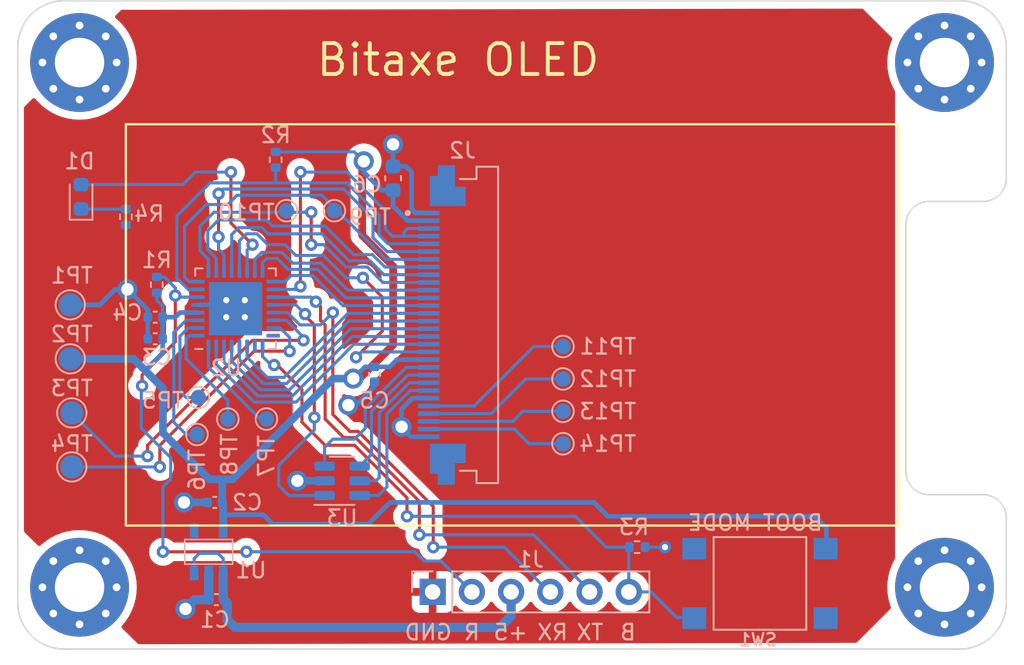
<source format=kicad_pcb>
(kicad_pcb (version 20221018) (generator pcbnew)
  (layers (0 "F.Cu" signal) (31 "B.Cu" signal) (34 "B.Paste" user) (35 "F.Paste" user) (36 "B.SilkS" user "B.Silkscreen") (37 "F.SilkS" user "F.Silkscreen") (38 "B.Mask" user) (39 "F.Mask" user) (44 "Edge.Cuts" user))
  (net 0 "")
  (net 1 "+3V3")
  (net 2 "/GND")
  (net 3 "+5V")
  (net 4 "Net-(D1-K)")
  (net 5 "/BAP_TX")
  (net 6 "/BAP_RX")
  (net 7 "/BAP_RESET")
  (net 8 "/BAP_BOOT0")
  (net 9 "/I2C_SCL")
  (net 10 "/I2C_SDA")
  (net 11 "/INT_MODE")
  (net 12 "/OLED_RES")
  (net 13 "/OLED_RD")
  (net 14 "/OLED_D0")
  (net 15 "/OLED_D1")
  (net 16 "/OLED_D2")
  (net 17 "/OLED_D3")
  (net 18 "/OLED_D4")
  (net 19 "/OLED_D5")
  (net 20 "/OLED_D6")
  (net 21 "/OLED_D7")
  (net 22 "/LEDK4")
  (net 23 "/LEDK3")
  (net 24 "Net-(J2-Pad29)")
  (net 25 "Net-(J2-Pad28)")
  (net 26 "Net-(J2-Pad27)")
  (net 27 "Net-(J2-Pad26)")
  (net 29 "Net-(U2-PB9)")
  (net 30 "Net-(U2-PC14)")
  (net 31 "Net-(U2-PC15)")
  (net 32 "/LEDK2")
  (net 33 "Net-(U2-PB8)")
  (net 34 "/LEDK1")
  (net 35 "/LED_BLK")
  (net 38 "/OLED_DC_CLK")
  (net 39 "/OLED_WR_DC")
  (net 40 "/SPI_MOSI")
  (net 41 "/SPI_MISO")
  (net 42 "/OLED_CS_NSS")
  (net 43 "Net-(D1-A)")
  (footprint "MountingHole:MountingHole_3.2mm_M3_Pad_Via" (layer "F.Cu") (at 127 66)
    (fp_text reference "H1" hide)
    (fp_text value "MountingHole")
  )
  (footprint "MountingHole:MountingHole_3.2mm_M3_Pad_Via" (layer "F.Cu") (at 183 100)
    (fp_text reference "H4" hide)
    (fp_text value "MountingHole")
  )
  (footprint "MountingHole:MountingHole_3.2mm_M3_Pad_Via" (layer "F.Cu") (at 183 66)
    (fp_text reference "H2" hide)
    (fp_text value "MountingHole")
  )
  (footprint "MountingHole:MountingHole_3.2mm_M3_Pad_Via" (layer "F.Cu") (at 127 100)
    (fp_text reference "H3" hide)
    (fp_text value "MountingHole")
  )
  (footprint "bitaxe:RT9080-33GJ5" (layer "B.Cu") (at 135.3602 97.7 90)
    (fp_text reference "U1")
    (fp_text value "RT9080-33GJ5")
  )
  (footprint "Capacitor_SMD:C_0402_1005Metric" (layer "B.Cu") (at 131.9 83.9 180)
    (fp_text reference "C3")
    (fp_text value "1uF")
  )
  (footprint "Capacitor_SMD:C_0402_1005Metric" (layer "B.Cu") (at 146.1 86.2 -90)
    (fp_text reference "C5")
    (fp_text value "1uF")
  )
  (footprint "TestPoint:TestPoint_Pad_D1.5mm" (layer "B.Cu") (at 126.4 81.7 180)
    (fp_text reference "TP1")
    (fp_text value "TestPoint")
  )
  (footprint "LED_SMD:LED_0603_1608Metric" (layer "B.Cu") (at 127.1 74.7 90)
    (fp_text reference "D1")
    (fp_text value "LED")
  )
  (footprint "Resistor_SMD:R_0402_1005Metric" (layer "B.Cu") (at 139.7 72.3 90)
    (fp_text reference "R2")
    (fp_text value "10K")
  )
  (footprint "TestPoint:TestPoint_Pad_D1.0mm" (layer "B.Cu") (at 140.4 75.6 180)
    (fp_text reference "TP10")
    (fp_text value "TestPoint")
  )
  (footprint "Package_TO_SOT_SMD:SOT-23-6" (layer "B.Cu") (at 144 93.1)
    (fp_text reference "U3")
    (fp_text value "AP2502KTR-G1")
  )
  (footprint "Capacitor_SMD:C_0402_1005Metric" (layer "B.Cu") (at 135.8602 100.8 180)
    (fp_text reference "C1")
    (fp_text value "1uF")
  )
  (footprint "Connector_PinHeader_2.54mm:PinHeader_1x06_P2.54mm_Vertical" (layer "B.Cu") (at 149.86 100.3 -90)
    (fp_text reference "J1")
    (fp_text value "BAP Port")
  )
  (footprint "Resistor_SMD:R_0402_1005Metric" (layer "B.Cu") (at 132 80.4 90)
    (fp_text reference "R1")
    (fp_text value "10K")
  )
  (footprint "Resistor_SMD:R_0402_1005Metric" (layer "B.Cu") (at 163.1 97.4 180)
    (fp_text reference "R3")
    (fp_text value "820R")
  )
  (footprint "TestPoint:TestPoint_Pad_D1.0mm" (layer "B.Cu") (at 134.7 87.7 180)
    (fp_text reference "TP5")
    (fp_text value "TestPoint")
  )
  (footprint "TestPoint:TestPoint_Pad_D1.5mm" (layer "B.Cu") (at 126.4 85.2 180)
    (fp_text reference "TP2")
    (fp_text value "TestPoint")
  )
  (footprint "Capacitor_SMD:C_0402_1005Metric" (layer "B.Cu") (at 135.7602 94.5 180)
    (fp_text reference "C2")
    (fp_text value "1uF")
  )
  (footprint "Resistor_SMD:R_0402_1005Metric" (layer "B.Cu") (at 130 76 90)
    (fp_text reference "R4")
    (fp_text value "820R")
  )
  (footprint "Capacitor_SMD:C_0603_1608Metric" (layer "B.Cu") (at 147.3 73.5 -90)
    (fp_text reference "C6")
    (fp_text value "10uF")
  )
  (footprint "TestPoint:TestPoint_Pad_D1.0mm" (layer "B.Cu") (at 158.3 90.7 180)
    (fp_text reference "TP14")
    (fp_text value "TestPoint")
  )
  (footprint "bitaxe:AMPHENOL_SFV30R-4STE1HLF" (layer "B.Cu") (at 152 83 -90)
    (fp_text reference "J2")
    (fp_text value "SFV30R-4STE1HLF")
  )
  (footprint "TestPoint:TestPoint_Pad_D1.0mm" (layer "B.Cu") (at 136.6 89.1 180)
    (fp_text reference "TP8")
    (fp_text value "TestPoint")
  )
  (footprint "Capacitor_SMD:C_0402_1005Metric" (layer "B.Cu") (at 131.9 82.5 180)
    (fp_text reference "C4")
    (fp_text value "0.1uF")
  )
  (footprint "TestPoint:TestPoint_Pad_D1.0mm" (layer "B.Cu") (at 158.3 88.6 180)
    (fp_text reference "TP13")
    (fp_text value "TestPoint")
  )
  (footprint "TestPoint:TestPoint_Pad_D1.5mm" (layer "B.Cu") (at 126.5 88.7 180)
    (fp_text reference "TP3")
    (fp_text value "TestPoint")
  )
  (footprint "TestPoint:TestPoint_Pad_D1.0mm" (layer "B.Cu") (at 139.1 89.1 180)
    (fp_text reference "TP7")
    (fp_text value "TestPoint")
  )
  (footprint "TestPoint:TestPoint_Pad_D1.0mm" (layer "B.Cu") (at 158.3 86.5 180)
    (fp_text reference "TP12")
    (fp_text value "TestPoint")
  )
  (footprint "bitaxe:switch-TL3301" (layer "B.Cu") (at 171.05 99.75 180)
    (fp_text reference "SW1")
    (fp_text value "SWITCH-SPST" hide)
  )
  (footprint "TestPoint:TestPoint_Pad_D1.5mm" (layer "B.Cu") (at 126.5 92.2 180)
    (fp_text reference "TP4")
    (fp_text value "TestPoint")
  )
  (footprint "TestPoint:TestPoint_Pad_D1.0mm" (layer "B.Cu") (at 134.6 90.1 180)
    (fp_text reference "TP6")
    (fp_text value "TestPoint")
  )
  (footprint "TestPoint:TestPoint_Pad_D1.0mm" (layer "B.Cu") (at 143.5 75.6 180)
    (fp_text reference "TP9")
    (fp_text value "TestPoint")
  )
  (footprint "TestPoint:TestPoint_Pad_D1.0mm" (layer "B.Cu") (at 158.3 84.4 180)
    (fp_text reference "TP11")
    (fp_text value "TestPoint")
  )
  (footprint "Package_DFN_QFN:QFN-32-1EP_5x5mm_P0.5mm_EP3.45x3.45mm" (layer "B.Cu") (at 137.1 81.95)
    (fp_text reference "U2")
    (fp_text value "STM32G0B1KEU6")
  )
  (gr_line (start 180 70) (end 180 96) (stroke (width 0.15)) (layer "F.SilkS"))
  (gr_line (start 180 96) (end 130 96) (stroke (width 0.15)) (layer "F.SilkS"))
  (gr_line (start 130 96) (end 130 70) (stroke (width 0.15)) (layer "F.SilkS"))
  (gr_line (start 130 70) (end 180 70) (stroke (width 0.15)) (layer "F.SilkS"))
  (gr_arc (start 126 104) (mid 123.878679 103.121321) (end 123 101) (stroke (width 0.1)) (layer "Edge.Cuts"))
  (gr_line (start 184 62) (end 126 62) (stroke (width 0.1)) (layer "Edge.Cuts"))
  (gr_arc (start 187 101) (mid 186.121321 103.121321) (end 184 104) (stroke (width 0.1)) (layer "Edge.Cuts"))
  (gr_line (start 126 104) (end 184 104) (stroke (width 0.1)) (layer "Edge.Cuts"))
  (gr_arc (start 180.5 76.5) (mid 180.939339 75.439339) (end 182 75) (stroke (width 0.1)) (layer "Edge.Cuts"))
  (gr_arc (start 184 62) (mid 186.121321 62.878679) (end 187 65) (stroke (width 0.1)) (layer "Edge.Cuts"))
  (gr_line (start 187 73.5) (end 187 65) (stroke (width 0.1)) (layer "Edge.Cuts"))
  (gr_line (start 182 75) (end 185.5 75) (stroke (width 0.1)) (layer "Edge.Cuts"))
  (gr_line (start 187 95.5) (end 187 101) (stroke (width 0.1)) (layer "Edge.Cuts"))
  (gr_line (start 123 65) (end 123 101) (stroke (width 0.1)) (layer "Edge.Cuts"))
  (gr_line (start 180.5 76.5) (end 180.5 92.5) (stroke (width 0.1)) (layer "Edge.Cuts"))
  (gr_arc (start 123 65) (mid 123.878679 62.878679) (end 126 62) (stroke (width 0.1)) (layer "Edge.Cuts"))
  (gr_arc (start 182 94) (mid 180.939339 93.560661) (end 180.5 92.5) (stroke (width 0.1)) (layer "Edge.Cuts"))
  (gr_line (start 182 94) (end 185.5 94) (stroke (width 0.1)) (layer "Edge.Cuts"))
  (gr_arc (start 187 73.5) (mid 186.560661 74.560661) (end 185.5 75) (stroke (width 0.1)) (layer "Edge.Cuts"))
  (gr_arc (start 185.5 94) (mid 186.560661 94.439339) (end 187 95.5) (stroke (width 0.1)) (layer "Edge.Cuts"))
  (gr_text "+5" (at 156.1 103.5) (layer "B.SilkS") (effects (font (size 1 1)) (justify left bottom mirror)))
  (gr_text "R" (at 153 103.5) (layer "B.SilkS") (effects (font (size 1 1)) (justify left bottom mirror)))
  (gr_text "GND" (at 151.2 103.5) (layer "B.SilkS") (effects (font (size 1 1)) (justify left bottom mirror)))
  (gr_text "RX" (at 158.7 103.5) (layer "B.SilkS") (effects (font (size 1 1)) (justify left bottom mirror)))
  (gr_text "BOOT MODE" (at 175.2 96.4) (layer "B.SilkS") (effects (font (size 1 1)) (justify left bottom mirror)))
  (gr_text "TX" (at 161 103.5) (layer "B.SilkS") (effects (font (size 1 1)) (justify left bottom mirror)))
  (gr_text "B" (at 163.1 103.5) (layer "B.SilkS") (effects (font (size 1 1)) (justify left bottom mirror)))
  (gr_text "Bitaxe OLED" (at 142.2 67) (layer "F.SilkS") (effects (font (size 2 2) (thickness 0.25)) (justify left bottom)))
  (segment (start 145.4 72.4) (end 145.3 72.5) (width 0.5) (layer "F.Cu") (net 1))
  (segment (start 145.3 77.2) (end 147.3 79.2) (width 0.5) (layer "F.Cu") (net 1))
  (segment (start 145.3 72.5) (end 145.3 77.2) (width 0.5) (layer "F.Cu") (net 1))
  (segment (start 147.3 84.3) (end 145.121398 86.478602) (width 0.5) (layer "F.Cu") (net 1))
  (segment (start 145.121398 86.478602) (end 144.721398 86.478602) (width 0.5) (layer "F.Cu") (net 1))
  (segment (start 147.3 79.2) (end 147.3 84.3) (width 0.5) (layer "F.Cu") (net 1))
  (via (at 145.4 72.4) (size 1.3) (drill 0.8) (layers "F.Cu" "B.Cu") (net 1))
  (via (at 144.721398 86.478602) (size 1.3) (drill 0.8) (layers "F.Cu" "B.Cu") (net 1))
  (segment (start 144.721398 86.478602) (end 145.48 85.72) (width 0.3) (layer "B.Cu") (net 1))
  (segment (start 147.55 85.25) (end 147.08 85.72) (width 0.3) (layer "B.Cu") (net 1))
  (segment (start 136.3 96.32205) (end 136.3 95.3) (width 0.5) (layer "B.Cu") (net 1))
  (segment (start 135.4 93) (end 132.4 90) (width 0.5) (layer "B.Cu") (net 1))
  (segment (start 136.3 95.3) (end 136.3 94.5598) (width 0.5) (layer "B.Cu") (net 1))
  (segment (start 132.38 81.78) (end 132.38 82.5) (width 0.2) (layer "B.Cu") (net 1))
  (segment (start 132.4 90) (end 132.4 87.1) (width 0.5) (layer "B.Cu") (net 1))
  (segment (start 136.2402 93.3402) (end 136.2402 94.5) (width 0.5) (layer "B.Cu") (net 1))
  (segment (start 132.38 83.9) (end 132.38 84.82) (width 0.3) (layer "B.Cu") (net 1))
  (segment (start 134.6625 82.2) (end 133.5 82.2) (width 0.3) (layer "B.Cu") (net 1))
  (segment (start 138.9 95.3) (end 136.3 95.3) (width 0.3) (layer "B.Cu") (net 1))
  (segment (start 148.25 76.25) (end 147.3 75.3) (width 0.3) (layer "B.Cu") (net 1))
  (segment (start 175.35 96.15) (end 174.6 95.4) (width 0.3) (layer "B.Cu") (net 1))
  (segment (start 147.1 94.5) (end 145.7 95.9) (width 0.3) (layer "B.Cu") (net 1))
  (segment (start 174.6 95.4) (end 161.2 95.4) (width 0.3) (layer "B.Cu") (net 1))
  (segment (start 126.4 85.2) (end 130.5 85.2) (width 0.5) (layer "B.Cu") (net 1))
  (segment (start 161.2 95.4) (end 160.3 94.5) (width 0.3) (layer "B.Cu") (net 1))
  (segment (start 136.3 94.5598) (end 136.2402 94.5) (width 0.5) (layer "B.Cu") (net 1))
  (segment (start 149.6 76.25) (end 148.25 76.25) (width 0.3) (layer "B.Cu") (net 1))
  (segment (start 145.7 95.9) (end 139.5 95.9) (width 0.3) (layer "B.Cu") (net 1))
  (segment (start 132.4 87.1) (end 131.25 85.95) (width 0.5) (layer "B.Cu") (net 1))
  (segment (start 149.6 85.25) (end 147.55 85.25) (width 0.3) (layer "B.Cu") (net 1))
  (segment (start 132 81.4) (end 132.38 81.78) (width 0.2) (layer "B.Cu") (net 1))
  (segment (start 145.48 85.72) (end 146.1 85.72) (width 0.3) (layer "B.Cu") (net 1))
  (segment (start 145.4 72.4) (end 144.79 71.79) (width 0.2) (layer "B.Cu") (net 1))
  (segment (start 146.575 74.275) (end 147.3 74.275) (width 0.3) (layer "B.Cu") (net 1))
  (segment (start 130.5 85.2) (end 131.25 85.95) (width 0.5) (layer "B.Cu") (net 1))
  (segment (start 144.79 71.79) (end 139.7 71.79) (width 0.2) (layer "B.Cu") (net 1))
  (segment (start 145.4 73.1) (end 146.575 74.275) (width 0.3) (layer "B.Cu") (net 1))
  (segment (start 132.38 84.82) (end 131.25 85.95) (width 0.3) (layer "B.Cu") (net 1))
  (segment (start 145.4 72.4) (end 145.4 73.1) (width 0.3) (layer "B.Cu") (net 1))
  (segment (start 144.721398 86.478602) (end 143.421398 86.478602) (width 0.5) (layer "B.Cu") (net 1))
  (segment (start 175.35 97.45) (end 175.35 96.15) (width 0.3) (layer "B.Cu") (net 1))
  (segment (start 136.9 93) (end 135.4 93) (width 0.5) (layer "B.Cu") (net 1))
  (segment (start 147.08 85.72) (end 146.1 85.72) (width 0.3) (layer "B.Cu") (net 1))
  (segment (start 132.38 82.5) (end 132.38 83.9) (width 0.3) (layer "B.Cu") (net 1))
  (segment (start 139.5 95.9) (end 138.9 95.3) (width 0.3) (layer "B.Cu") (net 1))
  (segment (start 132 80.91) (end 132 81.4) (width 0.2) (layer "B.Cu") (net 1))
  (segment (start 143.421398 86.478602) (end 136.9 93) (width 0.5) (layer "B.Cu") (net 1))
  (segment (start 147.3 75.3) (end 147.3 74.275) (width 0.3) (layer "B.Cu") (net 1))
  (segment (start 133.2 82.5) (end 132.38 82.5) (width 0.3) (layer "B.Cu") (net 1))
  (segment (start 160.3 94.5) (end 147.1 94.5) (width 0.3) (layer "B.Cu") (net 1))
  (segment (start 133.5 82.2) (end 133.2 82.5) (width 0.3) (layer "B.Cu") (net 1))
  (via (at 133.8602 101.4) (size 1.3) (drill 0.8) (layers "F.Cu" "B.Cu") (net 2))
  (via (at 147.8495 89.6) (size 1.3) (drill 0.8) (layers "F.Cu" "B.Cu") (net 2))
  (via (at 141.1 93.1) (size 1.3) (drill 0.8) (layers "F.Cu" "B.Cu") (net 2))
  (via (at 130.1 80.7) (size 1.3) (drill 0.8) (layers "F.Cu" "B.Cu") (net 2))
  (via (at 144.4 88.194024) (size 1.3) (drill 0.8) (layers "F.Cu" "B.Cu") (net 2))
  (via (at 137.7 81.4) (size 0.8) (drill 0.4) (layers "F.Cu" "B.Cu") (net 2))
  (via (at 164.9 97.4) (size 0.8) (drill 0.4) (layers "F.Cu" "B.Cu") (net 2))
  (via (at 136.5 82.5) (size 0.8) (drill 0.4) (layers "F.Cu" "B.Cu") (net 2))
  (via (at 133.7602 94.5) (size 1.3) (drill 0.8) (layers "F.Cu" "B.Cu") (net 2))
  (via (at 137.7 82.5) (size 0.8) (drill 0.4) (layers "F.Cu" "B.Cu") (net 2))
  (via (at 147.3 71.3) (size 1.3) (drill 0.8) (layers "F.Cu" "B.Cu") (net 2))
  (via (at 136.5 81.4) (size 0.8) (drill 0.4) (layers "F.Cu" "B.Cu") (net 2))
  (segment (start 147.8495 89.6) (end 147.8495 88.4505) (width 0.3) (layer "B.Cu") (net 2))
  (segment (start 146.1 86.68) (end 146.1 87) (width 0.3) (layer "B.Cu") (net 2))
  (segment (start 142.8625 93.1) (end 141.1 93.1) (width 0.5) (layer "B.Cu") (net 2))
  (segment (start 130 76.51) (end 130 80.6) (width 0.2) (layer "B.Cu") (net 2))
  (segment (start 135.3602 99.07795) (end 135.3602 100.78) (width 0.6) (layer "B.Cu") (net 2))
  (segment (start 148.5 73.1) (end 148.125 72.725) (width 0.3) (layer "B.Cu") (net 2))
  (segment (start 131.42 83.9) (end 131.42 82.5) (width 0.3) (layer "B.Cu") (net 2))
  (segment (start 135.2802 94.5) (end 133.7602 94.5) (width 0.5) (layer "B.Cu") (net 2))
  (segment (start 148.5 75.5) (end 148.5 73.1) (width 0.3) (layer "B.Cu") (net 2))
  (segment (start 134.4602 100.8) (end 133.8602 101.4) (width 0.6) (layer "B.Cu") (net 2))
  (segment (start 135.3802 100.8) (end 134.4602 100.8) (width 0.6) (layer "B.Cu") (net 2))
  (segment (start 147.8495 88.4505) (end 148.55 87.75) (width 0.3) (layer "B.Cu") (net 2))
  (segment (start 149.6 75.75) (end 148.75 75.75) (width 0.3) (layer "B.Cu") (net 2))
  (segment (start 130.1 80.7) (end 129.3 80.7) (width 0.3) (layer "B.Cu") (net 2))
  (segment (start 147.8495 89.6495) (end 148.45 90.25) (width 0.3) (layer "B.Cu") (net 2))
  (segment (start 163.61 97.4) (end 164.9 97.4) (width 0.2) (layer "B.Cu") (net 2))
  (segment (start 130 80.6) (end 130.1 80.7) (width 0.2) (layer "B.Cu") (net 2))
  (segment (start 128.3 81.7) (end 126.4 81.7) (width 0.3) (layer "B.Cu") (net 2))
  (segment (start 134.6625 81.7) (end 136.85 81.7) (width 0.3) (layer "B.Cu") (net 2))
  (segment (start 130.1 80.7) (end 131.42 82.02) (width 0.3) (layer "B.Cu") (net 2))
  (segment (start 144.905976 88.194024) (end 144.4 88.194024) (width 0.3) (layer "B.Cu") (net 2))
  (segment (start 147.8495 89.6) (end 147.8495 89.6495) (width 0.3) (layer "B.Cu") (net 2))
  (segment (start 148.55 87.75) (end 149.6 87.75) (width 0.3) (layer "B.Cu") (net 2))
  (segment (start 135.3602 100.78) (end 135.3802 100.8) (width 0.6) (layer "B.Cu") (net 2))
  (segment (start 129.3 80.7) (end 128.3 81.7) (width 0.3) (layer "B.Cu") (net 2))
  (segment (start 148.125 72.725) (end 147.3 72.725) (width 0.3) (layer "B.Cu") (net 2))
  (segment (start 147.3 72.725) (end 147.3 71.3) (width 0.3) (layer "B.Cu") (net 2))
  (segment (start 136.85 81.7) (end 137.1 81.95) (width 0.3) (layer "B.Cu") (net 2))
  (segment (start 148.75 75.75) (end 148.5 75.5) (width 0.3) (layer "B.Cu") (net 2))
  (segment (start 146.1 87) (end 144.905976 88.194024) (width 0.3) (layer "B.Cu") (net 2))
  (segment (start 131.42 82.02) (end 131.42 82.5) (width 0.3) (layer "B.Cu") (net 2))
  (segment (start 148.45 90.25) (end 149.6 90.25) (width 0.3) (layer "B.Cu") (net 2))
  (segment (start 134.7602 97.8) (end 135.9602 97.8) (width 0.2) (layer "B.Cu") (net 3))
  (segment (start 135.9602 97.8) (end 136.3 98.1398) (width 0.2) (layer "B.Cu") (net 3))
  (segment (start 154.2 102.6) (end 154.94 101.86) (width 0.6) (layer "B.Cu") (net 3))
  (segment (start 136.3 99.07795) (end 136.3 100.7598) (width 0.6) (layer "B.Cu") (net 3))
  (segment (start 136.3 100.7598) (end 136.3402 100.8) (width 0.6) (layer "B.Cu") (net 3))
  (segment (start 134.4204 98.1398) (end 134.7602 97.8) (width 0.2) (layer "B.Cu") (net 3))
  (segment (start 154.94 101.86) (end 154.94 100.3) (width 0.6) (layer "B.Cu") (net 3))
  (segment (start 136.5602 101.02) (end 136.5602 102.1) (width 0.6) (layer "B.Cu") (net 3))
  (segment (start 134.4204 99.07795) (end 134.4204 98.1398) (width 0.2) (layer "B.Cu") (net 3))
  (segment (start 136.3 98.1398) (end 136.3 99.07795) (width 0.2) (layer "B.Cu") (net 3))
  (segment (start 136.5602 102.1) (end 137.0602 102.6) (width 0.6) (layer "B.Cu") (net 3))
  (segment (start 136.3402 100.8) (end 136.5602 101.02) (width 0.6) (layer "B.Cu") (net 3))
  (segment (start 137.0602 102.6) (end 154.2 102.6) (width 0.6) (layer "B.Cu") (net 3))
  (segment (start 129.99 75.5) (end 127.1125 75.5) (width 0.2) (layer "B.Cu") (net 4))
  (segment (start 127.1125 75.5) (end 127.1 75.4875) (width 0.2) (layer "B.Cu") (net 4))
  (segment (start 130 75.49) (end 129.99 75.5) (width 0.2) (layer "B.Cu") (net 4))
  (segment (start 144.865686 90.3) (end 149 94.434314) (width 0.2) (layer "F.Cu") (net 5))
  (segment (start 144.1 90.3) (end 144.865686 90.3) (width 0.2) (layer "F.Cu") (net 5))
  (segment (start 142.9 89.1) (end 144.1 90.3) (width 0.2) (layer "F.Cu") (net 5))
  (segment (start 142.9 83) (end 142.9 89.1) (width 0.2) (layer "F.Cu") (net 5))
  (segment (start 149 94.434314) (end 149 96.6) (width 0.2) (layer "F.Cu") (net 5))
  (segment (start 142.6 81.8) (end 142.6 82.7) (width 0.2) (layer "F.Cu") (net 5))
  (segment (start 142.3 81.5) (end 142.6 81.8) (width 0.2) (layer "F.Cu") (net 5))
  (segment (start 142.6 82.7) (end 142.9 83) (width 0.2) (layer "F.Cu") (net 5))
  (via (at 149 96.6) (size 0.8) (drill 0.4) (layers "F.Cu" "B.Cu") (net 5))
  (via (at 142.3 81.5) (size 0.8) (drill 0.4) (layers "F.Cu" "B.Cu") (net 5))
  (segment (start 142 81.2) (end 139.5375 81.2) (width 0.2) (layer "B.Cu") (net 5))
  (segment (start 156.4 96.6) (end 160.02 100.22) (width 0.2) (layer "B.Cu") (net 5))
  (segment (start 149 96.6) (end 156.4 96.6) (width 0.2) (layer "B.Cu") (net 5))
  (segment (start 142.3 81.5) (end 142 81.2) (width 0.2) (layer "B.Cu") (net 5))
  (segment (start 160.02 100.22) (end 160.02 100.3) (width 0.2) (layer "B.Cu") (net 5))
  (segment (start 143.4 88.8) (end 144.5 89.9) (width 0.2) (layer "F.Cu") (net 6))
  (segment (start 145.031372 89.9) (end 149.9 94.768628) (width 0.2) (layer "F.Cu") (net 6))
  (segment (start 144.5 89.9) (end 145.031372 89.9) (width 0.2) (layer "F.Cu") (net 6))
  (segment (start 149.9 94.768628) (end 149.9 97.4) (width 0.2) (layer "F.Cu") (net 6))
  (segment (start 143.4 82.2) (end 143.4 88.8) (width 0.2) (layer "F.Cu") (net 6))
  (via (at 143.4 82.2) (size 0.8) (drill 0.4) (layers "F.Cu" "B.Cu") (net 6))
  (via (at 149.9 97.4) (size 0.8) (drill 0.4) (layers "F.Cu" "B.Cu") (net 6))
  (segment (start 157.4 100.3) (end 157.48 100.3) (width 0.2) (layer "B.Cu") (net 6))
  (segment (start 141.265686 83) (end 140.465686 82.2) (width 0.2) (layer "B.Cu") (net 6))
  (segment (start 154.5 97.4) (end 157.4 100.3) (width 0.2) (layer "B.Cu") (net 6))
  (segment (start 143.4 82.2) (end 142.6 83) (width 0.2) (layer "B.Cu") (net 6))
  (segment (start 140.465686 82.2) (end 139.5375 82.2) (width 0.2) (layer "B.Cu") (net 6))
  (segment (start 149.9 97.4) (end 154.5 97.4) (width 0.2) (layer "B.Cu") (net 6))
  (segment (start 142.6 83) (end 141.265686 83) (width 0.2) (layer "B.Cu") (net 6))
  (segment (start 133.2 84.1) (end 133.2 81.1) (width 0.2) (layer "F.Cu") (net 7))
  (segment (start 137.8 97.7) (end 132.4 97.7) (width 0.2) (layer "F.Cu") (net 7))
  (segment (start 131.049312 86.950688) (end 131.049312 86.250688) (width 0.2) (layer "F.Cu") (net 7))
  (segment (start 131.049312 86.250688) (end 133.2 84.1) (width 0.2) (layer "F.Cu") (net 7))
  (via (at 137.8 97.7) (size 0.8) (drill 0.4) (layers "F.Cu" "B.Cu") (net 7))
  (via (at 132.4 97.7) (size 0.8) (drill 0.4) (layers "F.Cu" "B.Cu") (net 7))
  (via (at 131.049312 86.950688) (size 0.8) (drill 0.4) (layers "F.Cu" "B.Cu") (net 7))
  (via (at 133.2 81.1) (size 0.8) (drill 0.4) (layers "F.Cu" "B.Cu") (net 7))
  (segment (start 137.8 97.7) (end 148.7 97.7) (width 0.2) (layer "B.Cu") (net 7))
  (segment (start 132.4 97.7) (end 132.4 93.5) (width 0.2) (layer "B.Cu") (net 7))
  (segment (start 133.8 81.2) (end 133.3 81.2) (width 0.2) (layer "B.Cu") (net 7))
  (segment (start 131 89.7) (end 131 87) (width 0.2) (layer "B.Cu") (net 7))
  (segment (start 132.49 79.89) (end 133.2 80.6) (width 0.2) (layer "B.Cu") (net 7))
  (segment (start 148.7 97.7) (end 149.3 98.3) (width 0.2) (layer "B.Cu") (net 7))
  (segment (start 132.9 91.6) (end 131 89.7) (width 0.2) (layer "B.Cu") (net 7))
  (segment (start 134.6625 81.2) (end 133.8 81.2) (width 0.2) (layer "B.Cu") (net 7))
  (segment (start 131 87) (end 131.049312 86.950688) (width 0.2) (layer "B.Cu") (net 7))
  (segment (start 133.3 81.2) (end 133.2 81.1) (width 0.2) (layer "B.Cu") (net 7))
  (segment (start 132.9 93) (end 132.9 91.6) (width 0.2) (layer "B.Cu") (net 7))
  (segment (start 149.3 98.3) (end 150.4 98.3) (width 0.2) (layer "B.Cu") (net 7))
  (segment (start 133.2 80.6) (end 133.2 81.1) (width 0.2) (layer "B.Cu") (net 7))
  (segment (start 132.4 93.5) (end 132.9 93) (width 0.2) (layer "B.Cu") (net 7))
  (segment (start 150.4 98.3) (end 152.4 100.3) (width 0.2) (layer "B.Cu") (net 7))
  (segment (start 132.49 79.89) (end 132 79.89) (width 0.2) (layer "B.Cu") (net 7))
  (segment (start 142.9 90.8) (end 144.8 90.8) (width 0.2) (layer "F.Cu") (net 8))
  (segment (start 139.6 85.6) (end 139.8 85.6) (width 0.2) (layer "F.Cu") (net 8))
  (segment (start 141.4 87.2) (end 141.4 89.3) (width 0.2) (layer "F.Cu") (net 8))
  (segment (start 148.2 94.2) (end 148.2 95.4) (width 0.2) (layer "F.Cu") (net 8))
  (segment (start 141.4 89.3) (end 142.9 90.8) (width 0.2) (layer "F.Cu") (net 8))
  (segment (start 139.8 85.6) (end 141.4 87.2) (width 0.2) (layer "F.Cu") (net 8))
  (segment (start 144.8 90.8) (end 148.2 94.2) (width 0.2) (layer "F.Cu") (net 8))
  (via (at 148.2 95.4) (size 0.8) (drill 0.4) (layers "F.Cu" "B.Cu") (net 8))
  (via (at 139.6 85.6) (size 0.8) (drill 0.4) (layers "F.Cu" "B.Cu") (net 8))
  (segment (start 164 100.3) (end 162.56 100.3) (width 0.2) (layer "B.Cu") (net 8))
  (segment (start 148.2 95.4) (end 159.1 95.4) (width 0.2) (layer "B.Cu") (net 8))
  (segment (start 139.6 85.6) (end 139.4 85.6) (width 0.2) (layer "B.Cu") (net 8))
  (segment (start 166.85 101.95) (end 165.65 101.95) (width 0.2) (layer "B.Cu") (net 8))
  (segment (start 162.56 100.3) (end 162.56 97.43) (width 0.2) (layer "B.Cu") (net 8))
  (segment (start 159.1 95.4) (end 161.1 97.4) (width 0.2) (layer "B.Cu") (net 8))
  (segment (start 165.65 101.95) (end 164 100.3) (width 0.2) (layer "B.Cu") (net 8))
  (segment (start 138.85 85.05) (end 138.85 84.3875) (width 0.2) (layer "B.Cu") (net 8))
  (segment (start 161.1 97.4) (end 162.59 97.4) (width 0.2) (layer "B.Cu") (net 8))
  (segment (start 162.56 97.43) (end 162.59 97.4) (width 0.2) (layer "B.Cu") (net 8))
  (segment (start 139.4 85.6) (end 138.85 85.05) (width 0.2) (layer "B.Cu") (net 8))
  (segment (start 131.4 90.8) (end 138.2 84) (width 0.2) (layer "F.Cu") (net 9))
  (segment (start 131.4 91.5) (end 131.4 90.8) (width 0.2) (layer "F.Cu") (net 9))
  (segment (start 138.2 84) (end 141.5 84) (width 0.2) (layer "F.Cu") (net 9))
  (via (at 131.4 91.5) (size 0.8) (drill 0.4) (layers "F.Cu" "B.Cu") (net 9))
  (via (at 141.5 84) (size 0.8) (drill 0.4) (layers "F.Cu" "B.Cu") (net 9))
  (segment (start 141.5 83.8) (end 140.4 82.7) (width 0.2) (layer "B.Cu") (net 9))
  (segment (start 129.3 91.5) (end 126.5 88.7) (width 0.2) (layer "B.Cu") (net 9))
  (segment (start 131.4 91.5) (end 129.3 91.5) (width 0.2) (layer "B.Cu") (net 9))
  (segment (start 140.4 82.7) (end 139.5375 82.7) (width 0.2) (layer "B.Cu") (net 9))
  (segment (start 141.5 84) (end 141.5 83.8) (width 0.2) (layer "B.Cu") (net 9))
  (segment (start 138.3 84.7) (end 140.6 84.7) (width 0.2) (layer "F.Cu") (net 10))
  (segment (start 132.2005 92.2) (end 132.2005 90.7995) (width 0.2) (layer "F.Cu") (net 10))
  (segment (start 132.2005 90.7995) (end 138.3 84.7) (width 0.2) (layer "F.Cu") (net 10))
  (via (at 132.2005 92.2) (size 0.8) (drill 0.4) (layers "F.Cu" "B.Cu") (net 10))
  (via (at 140.6 84.7) (size 0.8) (drill 0.4) (layers "F.Cu" "B.Cu") (net 10))
  (segment (start 140.6 83.812348) (end 139.987652 83.2) (width 0.2) (layer "B.Cu") (net 10))
  (segment (start 132.2005 92.2) (end 126.5 92.2) (width 0.2) (layer "B.Cu") (net 10))
  (segment (start 140.6 84.7) (end 140.6 83.812348) (width 0.2) (layer "B.Cu") (net 10))
  (segment (start 139.987652 83.2) (end 139.5375 83.2) (width 0.2) (layer "B.Cu") (net 10))
  (segment (start 141.3 80.5) (end 141.3 73.1) (width 0.2) (layer "F.Cu") (net 11))
  (via (at 141.3 73.1) (size 0.8) (drill 0.4) (layers "F.Cu" "B.Cu") (net 11))
  (via (at 141.3 80.5) (size 0.8) (drill 0.4) (layers "F.Cu" "B.Cu") (net 11))
  (segment (start 139.5375 80.7) (end 141.1 80.7) (width 0.2) (layer "B.Cu") (net 11))
  (segment (start 146.8 76.8) (end 146.8 75.6) (width 0.2) (layer "B.Cu") (net 11))
  (segment (start 146.8 75.6) (end 144.3 73.1) (width 0.2) (layer "B.Cu") (net 11))
  (segment (start 149.6 76.75) (end 148.25 76.75) (width 0.2) (layer "B.Cu") (net 11))
  (segment (start 144.3 73.1) (end 141.3 73.1) (width 0.2) (layer "B.Cu") (net 11))
  (segment (start 141.1 80.7) (end 141.3 80.5) (width 0.2) (layer "B.Cu") (net 11))
  (segment (start 147.25 77.25) (end 146.8 76.8) (width 0.2) (layer "B.Cu") (net 11))
  (segment (start 148 77) (end 148 77.25) (width 0.2) (layer "B.Cu") (net 11))
  (segment (start 148 77.25) (end 147.25 77.25) (width 0.2) (layer "B.Cu") (net 11))
  (segment (start 148.25 76.75) (end 148 77) (width 0.2) (layer "B.Cu") (net 11))
  (segment (start 149.6 77.25) (end 148 77.25) (width 0.2) (layer "B.Cu") (net 11))
  (segment (start 133.3 75.95) (end 135.45 73.8) (width 0.2) (layer "B.Cu") (net 12))
  (segment (start 146.96788 77.75) (end 149.6 77.75) (width 0.2) (layer "B.Cu") (net 12))
  (segment (start 133.3 79.965686) (end 133.3 75.95) (width 0.2) (layer "B.Cu") (net 12))
  (segment (start 146.4 75.9) (end 146.4 77.18212) (width 0.2) (layer "B.Cu") (net 12))
  (segment (start 144.3 73.8) (end 146.4 75.9) (width 0.2) (layer "B.Cu") (net 12))
  (segment (start 139.7 73.8) (end 144.3 73.8) (width 0.2) (layer "B.Cu") (net 12))
  (segment (start 146.4 77.18212) (end 146.96788 77.75) (width 0.2) (layer "B.Cu") (net 12))
  (segment (start 135.45 73.8) (end 139.7 73.8) (width 0.2) (layer "B.Cu") (net 12))
  (segment (start 134.6625 80.7) (end 134.034314 80.7) (width 0.2) (layer "B.Cu") (net 12))
  (segment (start 139.7 72.81) (end 139.7 73.8) (width 0.2) (layer "B.Cu") (net 12))
  (segment (start 134.034314 80.7) (end 133.3 79.965686) (width 0.2) (layer "B.Cu") (net 12))
  (segment (start 137.3 76.7) (end 136.85 77.15) (width 0.2) (layer "B.Cu") (net 13))
  (segment (start 144.45025 78.85025) (end 142.7 77.1) (width 0.2) (layer "B.Cu") (net 13))
  (segment (start 142.7 77.1) (end 139.2 77.1) (width 0.2) (layer "B.Cu") (net 13))
  (segment (start 136.85 77.15) (end 136.85 79.5125) (width 0.2) (layer "B.Cu") (net 13))
  (segment (start 149.6 79.75) (end 146.705136 79.75) (width 0.2) (layer "B.Cu") (net 13))
  (segment (start 138.8 76.7) (end 137.3 76.7) (width 0.2) (layer "B.Cu") (net 13))
  (segment (start 139.2 77.1) (end 138.8 76.7) (width 0.2) (layer "B.Cu") (net 13))
  (segment (start 146.705136 79.75) (end 145.805386 78.85025) (width 0.2) (layer "B.Cu") (net 13))
  (segment (start 145.805386 78.85025) (end 144.45025 78.85025) (width 0.2) (layer "B.Cu") (net 13))
  (segment (start 138.8 78.3) (end 140.1 78.3) (width 0.2) (layer "B.Cu") (net 14))
  (segment (start 138.35 78.75) (end 138.8 78.3) (width 0.2) (layer "B.Cu") (net 14))
  (segment (start 142.615686 79) (end 144.365686 80.75) (width 0.2) (layer "B.Cu") (net 14))
  (segment (start 140.8 79) (end 142.615686 79) (width 0.2) (layer "B.Cu") (net 14))
  (segment (start 138.35 79.5125) (end 138.35 78.75) (width 0.2) (layer "B.Cu") (net 14))
  (segment (start 140.1 78.3) (end 140.8 79) (width 0.2) (layer "B.Cu") (net 14))
  (segment (start 144.365686 80.75) (end 149.6 80.75) (width 0.2) (layer "B.Cu") (net 14))
  (segment (start 144.25 81.25) (end 149.6 81.25) (width 0.2) (layer "B.Cu") (net 15))
  (segment (start 138.85 78.95) (end 139.1 78.7) (width 0.2) (layer "B.Cu") (net 15))
  (segment (start 138.85 79.5125) (end 138.85 78.95) (width 0.2) (layer "B.Cu") (net 15))
  (segment (start 142.4 79.4) (end 144.25 81.25) (width 0.2) (layer "B.Cu") (net 15))
  (segment (start 139.8 78.7) (end 140.5 79.4) (width 0.2) (layer "B.Cu") (net 15))
  (segment (start 140.5 79.4) (end 142.4 79.4) (width 0.2) (layer "B.Cu") (net 15))
  (segment (start 139.1 78.7) (end 139.8 78.7) (width 0.2) (layer "B.Cu") (net 15))
  (segment (start 140.7 79.8) (end 142.1 79.8) (width 0.2) (layer "B.Cu") (net 16))
  (segment (start 144.05 81.75) (end 149.6 81.75) (width 0.2) (layer "B.Cu") (net 16))
  (segment (start 139.5375 80.2) (end 140.3 80.2) (width 0.2) (layer "B.Cu") (net 16))
  (segment (start 140.3 80.2) (end 140.7 79.8) (width 0.2) (layer "B.Cu") (net 16))
  (segment (start 142.1 79.8) (end 144.05 81.75) (width 0.2) (layer "B.Cu") (net 16))
  (segment (start 140.234314 86.4) (end 144.384314 82.25) (width 0.2) (layer "B.Cu") (net 17))
  (segment (start 137.85 84.3875) (end 137.85 85.1) (width 0.2) (layer "B.Cu") (net 17))
  (segment (start 137.85 85.1) (end 139.15 86.4) (width 0.2) (layer "B.Cu") (net 17))
  (segment (start 139.15 86.4) (end 140.234314 86.4) (width 0.2) (layer "B.Cu") (net 17))
  (segment (start 144.384314 82.25) (end 149.6 82.25) (width 0.2) (layer "B.Cu") (net 17))
  (segment (start 137.35 84.3875) (end 137.35 85.25) (width 0.2) (layer "B.Cu") (net 18))
  (segment (start 138.9 86.8) (end 140.4 86.8) (width 0.2) (layer "B.Cu") (net 18))
  (segment (start 144.45 82.75) (end 149.6 82.75) (width 0.2) (layer "B.Cu") (net 18))
  (segment (start 137.35 85.25) (end 138.9 86.8) (width 0.2) (layer "B.Cu") (net 18))
  (segment (start 140.4 86.8) (end 144.45 82.75) (width 0.2) (layer "B.Cu") (net 18))
  (segment (start 136.85 84.3875) (end 136.85 85.35) (width 0.2) (layer "B.Cu") (net 19))
  (segment (start 140.6 87.2) (end 144.55 83.25) (width 0.2) (layer "B.Cu") (net 19))
  (segment (start 138.7 87.2) (end 140.6 87.2) (width 0.2) (layer "B.Cu") (net 19))
  (segment (start 144.55 83.25) (end 149.6 83.25) (width 0.2) (layer "B.Cu") (net 19))
  (segment (start 136.85 85.35) (end 138.7 87.2) (width 0.2) (layer "B.Cu") (net 19))
  (segment (start 140.790686 87.6) (end 144.640686 83.75) (width 0.2) (layer "B.Cu") (net 20))
  (segment (start 136.35 84.3875) (end 136.35 85.415686) (width 0.2) (layer "B.Cu") (net 20))
  (segment (start 136.35 85.415686) (end 138.534314 87.6) (width 0.2) (layer "B.Cu") (net 20))
  (segment (start 138.534314 87.6) (end 140.790686 87.6) (width 0.2) (layer "B.Cu") (net 20))
  (segment (start 144.640686 83.75) (end 149.6 83.75) (width 0.2) (layer "B.Cu") (net 20))
  (segment (start 144.76005 84.25) (end 149.6 84.25) (width 0.2) (layer "B.Cu") (net 21))
  (segment (start 144.2 84.823529) (end 144.2 84.81005) (width 0.2) (layer "B.Cu") (net 21))
  (segment (start 135.85 85.55) (end 138.3 88) (width 0.2) (layer "B.Cu") (net 21))
  (segment (start 138.3 88) (end 141.023529 88) (width 0.2) (layer "B.Cu") (net 21))
  (segment (start 144.2 84.81005) (end 144.76005 84.25) (width 0.2) (layer "B.Cu") (net 21))
  (segment (start 141.023529 88) (end 144.2 84.823529) (width 0.2) (layer "B.Cu") (net 21))
  (segment (start 135.85 84.3875) (end 135.85 85.55) (width 0.2) (layer "B.Cu") (net 21))
  (segment (start 146.9 88.763604) (end 146.9 93.5) (width 0.2) (layer "B.Cu") (net 22))
  (segment (start 146.9 93.5) (end 146.35 94.05) (width 0.2) (layer "B.Cu") (net 22))
  (segment (start 149.6 87.25) (end 148.413604 87.25) (width 0.2) (layer "B.Cu") (net 22))
  (segment (start 148.413604 87.25) (end 146.9 88.763604) (width 0.2) (layer "B.Cu") (net 22))
  (segment (start 146.35 94.05) (end 145.1375 94.05) (width 0.2) (layer "B.Cu") (net 22))
  (segment (start 148.347918 86.75) (end 146.4 88.697918) (width 0.2) (layer "B.Cu") (net 23))
  (segment (start 146.2 93.1) (end 145.1375 93.1) (width 0.2) (layer "B.Cu") (net 23))
  (segment (start 146.4 92.9) (end 146.2 93.1) (width 0.2) (layer "B.Cu") (net 23))
  (segment (start 149.6 86.75) (end 148.347918 86.75) (width 0.2) (layer "B.Cu") (net 23))
  (segment (start 146.4 88.697918) (end 146.4 92.9) (width 0.2) (layer "B.Cu") (net 23))
  (segment (start 156.1 90.7) (end 158.3 90.7) (width 0.2) (layer "B.Cu") (net 24))
  (segment (start 149.6 89.75) (end 155.15 89.75) (width 0.2) (layer "B.Cu") (net 24))
  (segment (start 155.15 89.75) (end 156.1 90.7) (width 0.2) (layer "B.Cu") (net 24))
  (segment (start 155.05 89.25) (end 155.7 88.6) (width 0.2) (layer "B.Cu") (net 25))
  (segment (start 149.6 89.25) (end 155.05 89.25) (width 0.2) (layer "B.Cu") (net 25))
  (segment (start 155.7 88.6) (end 158.3 88.6) (width 0.2) (layer "B.Cu") (net 25))
  (segment (start 149.6 88.75) (end 153.65 88.75) (width 0.2) (layer "B.Cu") (net 26))
  (segment (start 155.9 86.5) (end 158.3 86.5) (width 0.2) (layer "B.Cu") (net 26))
  (segment (start 153.65 88.75) (end 155.9 86.5) (width 0.2) (layer "B.Cu") (net 26))
  (segment (start 149.6 88.25) (end 152.55 88.25) (width 0.2) (layer "B.Cu") (net 27))
  (segment (start 156.4 84.4) (end 158.3 84.4) (width 0.2) (layer "B.Cu") (net 27))
  (segment (start 152.55 88.25) (end 156.4 84.4) (width 0.2) (layer "B.Cu") (net 27))
  (segment (start 133.9 85.2) (end 136.6 87.9) (width 0.2) (layer "B.Cu") (net 29))
  (segment (start 134.6625 83.7) (end 134.1 83.7) (width 0.2) (layer "B.Cu") (net 29))
  (segment (start 136.6 87.9) (end 136.6 89.1) (width 0.2) (layer "B.Cu") (net 29))
  (segment (start 134.1 83.7) (end 133.9 83.9) (width 0.2) (layer "B.Cu") (net 29))
  (segment (start 133.9 83.9) (end 133.9 85.2) (width 0.2) (layer "B.Cu") (net 29))
  (segment (start 134.6625 83.2) (end 134.034314 83.2) (width 0.2) (layer "B.Cu") (net 30))
  (segment (start 133.5 83.734315) (end 133.5 87.3) (width 0.2) (layer "B.Cu") (net 30))
  (segment (start 133.5 87.3) (end 133.9 87.7) (width 0.2) (layer "B.Cu") (net 30))
  (segment (start 133.9 87.7) (end 134.7 87.7) (width 0.2) (layer "B.Cu") (net 30))
  (segment (start 134.034314 83.2) (end 133.5 83.734315) (width 0.2) (layer "B.Cu") (net 30))
  (segment (start 134.6625 82.7) (end 133.9 82.7) (width 0.2) (layer "B.Cu") (net 31))
  (segment (start 133.9 82.7) (end 133.1 83.5) (width 0.2) (layer "B.Cu") (net 31))
  (segment (start 133.9 90.1) (end 134.6 90.1) (width 0.2) (layer "B.Cu") (net 31))
  (segment (start 133.1 89.3) (end 133.9 90.1) (width 0.2) (layer "B.Cu") (net 31))
  (segment (start 133.1 83.5) (end 133.1 89.3) (width 0.2) (layer "B.Cu") (net 31))
  (segment (start 145.9 91.3875) (end 145.1375 92.15) (width 0.2) (layer "B.Cu") (net 32))
  (segment (start 148.25 86.25) (end 145.9 88.6) (width 0.2) (layer "B.Cu") (net 32))
  (segment (start 149.6 86.25) (end 148.25 86.25) (width 0.2) (layer "B.Cu") (net 32))
  (segment (start 145.9 88.6) (end 145.9 91.3875) (width 0.2) (layer "B.Cu") (net 32))
  (segment (start 135.35 85.75) (end 138.7 89.1) (width 0.2) (layer "B.Cu") (net 33))
  (segment (start 135.35 84.3875) (end 135.35 85.75) (width 0.2) (layer "B.Cu") (net 33))
  (segment (start 138.7 89.1) (end 139.1 89.1) (width 0.2) (layer "B.Cu") (net 33))
  (segment (start 143.4 90.4) (end 142.8625 90.9375) (width 0.2) (layer "B.Cu") (net 34))
  (segment (start 148.15 85.75) (end 145.5 88.4) (width 0.2) (layer "B.Cu") (net 34))
  (segment (start 144.8 90.4) (end 143.4 90.4) (width 0.2) (layer "B.Cu") (net 34))
  (segment (start 142.8625 90.9375) (end 142.8625 92.15) (width 0.2) (layer "B.Cu") (net 34))
  (segment (start 145.5 89.7) (end 144.8 90.4) (width 0.2) (layer "B.Cu") (net 34))
  (segment (start 145.5 88.4) (end 145.5 89.7) (width 0.2) (layer "B.Cu") (net 34))
  (segment (start 149.6 85.75) (end 148.15 85.75) (width 0.2) (layer "B.Cu") (net 34))
  (segment (start 142.2 83) (end 142.2 89) (width 0.2) (layer "F.Cu") (net 35))
  (segment (start 141.6 82.3) (end 141.8 82.5) (width 0.2) (layer "F.Cu") (net 35))
  (segment (start 141.8 82.6) (end 142.2 83) (width 0.2) (layer "F.Cu") (net 35))
  (segment (start 141.8 82.5) (end 141.8 82.6) (width 0.2) (layer "F.Cu") (net 35))
  (via (at 142.2 89) (size 0.8) (drill 0.4) (layers "F.Cu" "B.Cu") (net 35))
  (via (at 141.6 82.3) (size 0.8) (drill 0.4) (layers "F.Cu" "B.Cu") (net 35))
  (segment (start 142.2 89.8) (end 139.9 92.1) (width 0.2) (layer "B.Cu") (net 35))
  (segment (start 141 81.7) (end 139.5375 81.7) (width 0.2) (layer "B.Cu") (net 35))
  (segment (start 142.2 89) (end 142.2 89.8) (width 0.2) (layer "B.Cu") (net 35))
  (segment (start 141.6 82.3) (end 141 81.7) (width 0.2) (layer "B.Cu") (net 35))
  (segment (start 140.55 94.05) (end 142.8625 94.05) (width 0.2) (layer "B.Cu") (net 35))
  (segment (start 139.9 92.1) (end 139.9 93.4) (width 0.2) (layer "B.Cu") (net 35))
  (segment (start 139.9 93.4) (end 140.55 94.05) (width 0.2) (layer "B.Cu") (net 35))
  (segment (start 134.1 80.2) (end 134.6625 80.2) (width 0.2) (layer "B.Cu") (net 38))
  (segment (start 137.2 74.6) (end 136.6 75.2) (width 0.2) (layer "B.Cu") (net 38))
  (segment (start 142.686508 74.6) (end 137.2 74.6) (width 0.2) (layer "B.Cu") (net 38))
  (segment (start 135.2 75.2) (end 133.8 76.6) (width 0.2) (layer "B.Cu") (net 38))
  (segment (start 149.6 78.75) (end 146.836508 78.75) (width 0.2) (layer "B.Cu") (net 38))
  (segment (start 136.6 75.2) (end 135.2 75.2) (width 0.2) (layer "B.Cu") (net 38))
  (segment (start 133.8 76.6) (end 133.8 79.9) (width 0.2) (layer "B.Cu") (net 38))
  (segment (start 133.8 79.9) (end 134.1 80.2) (width 0.2) (layer "B.Cu") (net 38))
  (segment (start 146.836508 78.75) (end 142.686508 74.6) (width 0.2) (layer "B.Cu") (net 38))
  (segment (start 145.971072 78.45025) (end 146.770822 79.25) (width 0.2) (layer "B.Cu") (net 39))
  (segment (start 135.3 76.9) (end 136 76.2) (width 0.2) (layer "B.Cu") (net 39))
  (segment (start 142.9 76.6) (end 144.75025 78.45025) (width 0.2) (layer "B.Cu") (net 39))
  (segment (start 146.770822 79.25) (end 149.6 79.25) (width 0.2) (layer "B.Cu") (net 39))
  (segment (start 136 76.2) (end 139.1 76.2) (width 0.2) (layer "B.Cu") (net 39))
  (segment (start 139.5 76.6) (end 142.9 76.6) (width 0.2) (layer "B.Cu") (net 39))
  (segment (start 135.3 78.134314) (end 135.3 76.9) (width 0.2) (layer "B.Cu") (net 39))
  (segment (start 135.85 78.684314) (end 135.3 78.134314) (width 0.2) (layer "B.Cu") (net 39))
  (segment (start 135.85 79.5125) (end 135.85 78.684314) (width 0.2) (layer "B.Cu") (net 39))
  (segment (start 144.75025 78.45025) (end 145.971072 78.45025) (width 0.2) (layer "B.Cu") (net 39))
  (segment (start 139.1 76.2) (end 139.5 76.6) (width 0.2) (layer "B.Cu") (net 39))
  (segment (start 142 75.7) (end 142 77.8) (width 0.2) (layer "F.Cu") (net 40))
  (via (at 142 75.7) (size 0.8) (drill 0.4) (layers "F.Cu" "B.Cu") (net 40))
  (via (at 142 77.8) (size 0.8) (drill 0.4) (layers "F.Cu" "B.Cu") (net 40))
  (segment (start 134.8 76.6) (end 134.8 78.2) (width 0.2) (layer "B.Cu") (net 40))
  (segment (start 135.7 75.7) (end 134.8 76.6) (width 0.2) (layer "B.Cu") (net 40))
  (segment (start 142.8 77.8) (end 144.25025 79.25025) (width 0.2) (layer "B.Cu") (net 40))
  (segment (start 144.25025 79.25025) (end 145.6397 79.25025) (width 0.2) (layer "B.Cu") (net 40))
  (segment (start 135.35 78.75) (end 135.35 79.5125) (width 0.2) (layer "B.Cu") (net 40))
  (segment (start 134.8 78.2) (end 135.35 78.75) (width 0.2) (layer "B.Cu") (net 40))
  (segment (start 142 77.8) (end 142.8 77.8) (width 0.2) (layer "B.Cu") (net 40))
  (segment (start 145.6397 79.25025) (end 146.63945 80.25) (width 0.2) (layer "B.Cu") (net 40))
  (segment (start 142 75.7) (end 135.7 75.7) (width 0.2) (layer "B.Cu") (net 40))
  (segment (start 146.63945 80.25) (end 149.6 80.25) (width 0.2) (layer "B.Cu") (net 40))
  (segment (start 145.34975 79.95025) (end 146.6 81.2005) (width 0.2) (layer "F.Cu") (net 41))
  (segment (start 146.6 81.2005) (end 146.6 83.4) (width 0.2) (layer "F.Cu") (net 41))
  (segment (start 146.6 83.4) (end 144.9 85.1) (width 0.2) (layer "F.Cu") (net 41))
  (via (at 145.34975 79.95025) (size 0.8) (drill 0.4) (layers "F.Cu" "B.Cu") (net 41))
  (via (at 144.9 85.1) (size 0.8) (drill 0.4) (layers "F.Cu" "B.Cu") (net 41))
  (segment (start 139.19045 77.8) (end 138.48995 77.0995) (width 0.2) (layer "B.Cu") (net 41))
  (segment (start 141 78.5) (end 140.3 77.8) (width 0.2) (layer "B.Cu") (net 41))
  (segment (start 137.35 77.55) (end 137.35 79.5125) (width 0.2) (layer "B.Cu") (net 41))
  (segment (start 142.797058 78.5) (end 141 78.5) (width 0.2) (layer "B.Cu") (net 41))
  (segment (start 145.25 84.75) (end 149.6 84.75) (width 0.2) (layer "B.Cu") (net 41))
  (segment (start 140.3 77.8) (end 139.19045 77.8) (width 0.2) (layer "B.Cu") (net 41))
  (segment (start 137.8005 77.0995) (end 137.35 77.55) (width 0.2) (layer "B.Cu") (net 41))
  (segment (start 145.34975 79.95025) (end 144.247308 79.95025) (width 0.2) (layer "B.Cu") (net 41))
  (segment (start 138.48995 77.0995) (end 137.8005 77.0995) (width 0.2) (layer "B.Cu") (net 41))
  (segment (start 144.247308 79.95025) (end 142.797058 78.5) (width 0.2) (layer "B.Cu") (net 41))
  (segment (start 144.9 85.1) (end 145.25 84.75) (width 0.2) (layer "B.Cu") (net 41))
  (segment (start 136 77.2995) (end 135.9995 77.3) (width 0.2) (layer "F.Cu") (net 42))
  (segment (start 136 74.5) (end 136 77.2995) (width 0.2) (layer "F.Cu") (net 42))
  (via (at 136 74.5) (size 0.8) (drill 0.4) (layers "F.Cu" "B.Cu") (net 42))
  (via (at 135.9995 77.3) (size 0.8) (drill 0.4) (layers "F.Cu" "B.Cu") (net 42))
  (segment (start 146 76.1) (end 146 77.347806) (width 0.2) (layer "B.Cu") (net 42))
  (segment (start 136.35 78.45) (end 136.35 79.5125) (width 0.2) (layer "B.Cu") (net 42))
  (segment (start 135.9995 77.3) (end 135.9995 78.0995) (width 0.2) (layer "B.Cu") (net 42))
  (segment (start 146.902194 78.25) (end 149.6 78.25) (width 0.2) (layer "B.Cu") (net 42))
  (segment (start 144.1 74.2) (end 146 76.1) (width 0.2) (layer "B.Cu") (net 42))
  (segment (start 135.9995 78.0995) (end 136.35 78.45) (width 0.2) (layer "B.Cu") (net 42))
  (segment (start 136 74.5) (end 136.3 74.2) (width 0.2) (layer "B.Cu") (net 42))
  (segment (start 146 77.347806) (end 146.902194 78.25) (width 0.2) (layer "B.Cu") (net 42))
  (segment (start 136.3 74.2) (end 144.1 74.2) (width 0.2) (layer "B.Cu") (net 42))
  (segment (start 136.8 76.3995) (end 136.8 73.1005) (width 0.2) (layer "F.Cu") (net 43))
  (segment (start 138.2 77.7995) (end 136.8 76.3995) (width 0.2) (layer "F.Cu") (net 43))
  (via (at 136.8 73.1005) (size 0.8) (drill 0.4) (layers "F.Cu" "B.Cu") (net 43))
  (via (at 138.2 77.7995) (size 0.8) (drill 0.4) (layers "F.Cu" "B.Cu") (net 43))
  (segment (start 127.1125 73.9) (end 127.1 73.9125) (width 0.2) (layer "B.Cu") (net 43))
  (segment (start 133.7 73.9) (end 127.1125 73.9) (width 0.2) (layer "B.Cu") (net 43))
  (segment (start 137.85 78.1495) (end 137.85 79.5125) (width 0.2) (layer "B.Cu") (net 43))
  (segment (start 138.2 77.7995) (end 137.85 78.1495) (width 0.2) (layer "B.Cu") (net 43))
  (segment (start 134.4995 73.1005) (end 133.7 73.9) (width 0.2) (layer "B.Cu") (net 43))
  (segment (start 136.8 73.1005) (end 134.4995 73.1005) (width 0.2) (layer "B.Cu") (net 43))
  (zone (net 2) (net_name "/GND") (layer "F.Cu") (connect_pads (clearance 0.5)) (min_thickness 0.25) (fill yes (thermal_gap 0.5) (thermal_bridge_width 0.5))
    (polygon (pts (xy 177.700014 62.508755) (xy 129.7 62.585235) (xy 123.4 68.9) (xy 123.4 96.4) (xy 130.8 103.686409) (xy 177.3 103.6) (xy 179.8 101.1) (xy 179.8 64.6)))
  )
)
</source>
